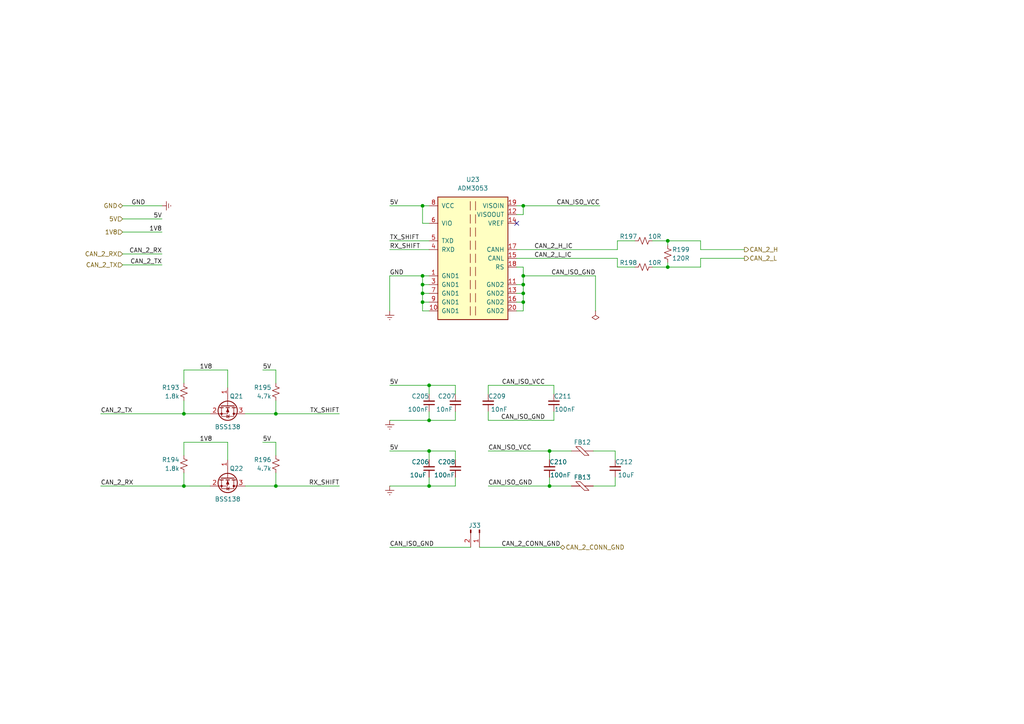
<source format=kicad_sch>
(kicad_sch (version 20250114) (generator "eeschema") (generator_version "9.0")
  (paper "A4")
  (lib_symbols
    (symbol "ADM3053BRWZ:ADM3053" (pin_names (offset 1.016))
      (property "Reference" "U" (at -10.16 19.05 0))
      (property "Value" "ADM3053" (at 10.16 19.05 0))
      (symbol "ADM3053_0_1"
        (rectangle (start -10.16 17.78) (end 10.16 -17.78) (stroke (width 0.254)) (fill (type background)))
        (polyline (pts (xy -0.762 16.51) (xy -0.762 13.97)))
        (polyline (pts (xy -0.762 12.7) (xy -0.762 10.16)))
        (polyline (pts (xy -0.762 8.89) (xy -0.762 6.35)))
        (polyline (pts (xy -0.762 5.08) (xy -0.762 2.54)))
        (polyline (pts (xy -0.762 1.27) (xy -0.762 -1.27)))
        (polyline (pts (xy -0.762 -2.54) (xy -0.762 -5.08)))
        (polyline (pts (xy -0.762 -6.35) (xy -0.762 -8.89)))
        (polyline (pts (xy -0.762 -10.16) (xy -0.762 -12.7)))
        (polyline (pts (xy -0.762 -13.97) (xy -0.762 -16.51)))
        (polyline (pts (xy 0.762 13.97) (xy 0.762 16.51)))
        (polyline (pts (xy 0.762 10.16) (xy 0.762 12.7)))
        (polyline (pts (xy 0.762 6.35) (xy 0.762 8.89)))
        (polyline (pts (xy 0.762 2.54) (xy 0.762 5.08)))
        (polyline (pts (xy 0.762 1.27) (xy 0.762 -1.27)))
        (polyline (pts (xy 0.762 -2.54) (xy 0.762 -5.08)))
        (polyline (pts (xy 0.762 -6.35) (xy 0.762 -8.89)))
        (polyline (pts (xy 0.762 -10.16) (xy 0.762 -12.7)))
        (polyline (pts (xy 0.762 -13.97) (xy 0.762 -16.51)))
      )
      (symbol "ADM3053_1_1"
        (pin power_in line (at -12.7 15.24 0) (length 2.54) (name "VCC") (number "8"))
        (pin power_in line (at -12.7 10.16 0) (length 2.54) (name "VIO") (number "6"))
        (pin input line (at -12.7 5.08 0) (length 2.54) (name "TXD") (number "5"))
        (pin output line (at -12.7 2.54 0) (length 2.54) (name "RXD") (number "4"))
        (pin power_in line (at -12.7 -5.08 0) (length 2.54) (name "GND1") (number "1"))
        (pin power_in line (at -12.7 -7.62 0) (length 2.54) (name "GND1") (number "3"))
        (pin power_in line (at -12.7 -10.16 0) (length 2.54) (name "GND1") (number "7"))
        (pin power_in line (at -12.7 -12.7 0) (length 2.54) (name "GND1") (number "9"))
        (pin power_in line (at -12.7 -15.24 0) (length 2.54) (name "GND1") (number "10"))
        (pin no_connect line (at -2.54 -17.78 90) (length 2.54) (hide yes) (name "NC") (number "2"))
        (pin power_in line (at 12.7 15.24 180) (length 2.54) (name "VISOIN") (number "19"))
        (pin power_out line (at 12.7 12.7 180) (length 2.54) (name "VISOOUT") (number "12"))
        (pin input line (at 12.7 10.16 180) (length 2.54) (name "VREF") (number "14"))
        (pin bidirectional line (at 12.7 2.54 180) (length 2.54) (name "CANH") (number "17"))
        (pin bidirectional line (at 12.7 0 180) (length 2.54) (name "CANL") (number "15"))
        (pin input line (at 12.7 -2.54 180) (length 2.54) (name "RS") (number "18"))
        (pin power_in line (at 12.7 -7.62 180) (length 2.54) (name "GND2") (number "11"))
        (pin power_in line (at 12.7 -10.16 180) (length 2.54) (name "GND2") (number "13"))
        (pin power_in line (at 12.7 -12.7 180) (length 2.54) (name "GND2") (number "16"))
        (pin power_in line (at 12.7 -15.24 180) (length 2.54) (name "GND2") (number "20"))
      )
    )
    (symbol "Connector_Generic:Conn_01x02" (pin_names (offset 1.016) (hide yes))
      (property "Reference" "J" (at 0 2.54 0))
      (property "Value" "Conn_01x02_Pin" (at 0 -5.08 0))
      (symbol "Conn_01x02_1_1"
        (rectangle (start 0.8636 0.127) (end 0 -0.127) (stroke (width 0.1524)) (fill (type outline)))
        (rectangle (start 0.8636 -2.413) (end 0 -2.667) (stroke (width 0.1524)) (fill (type outline)))
        (polyline (pts (xy 1.27 0) (xy 0.8636 0)) (stroke (width 0.1524)))
        (polyline (pts (xy 1.27 -2.54) (xy 0.8636 -2.54)) (stroke (width 0.1524)))
        (pin passive line (at 5.08 0 180) (length 3.81) (name "Pin_1") (number "1"))
        (pin passive line (at 5.08 -2.54 180) (length 3.81) (name "Pin_2") (number "2"))
      )
    )
    (symbol "Device:C_Small" (pin_numbers (hide yes)) (pin_names (offset 0.254) (hide yes))
      (property "Reference" "C" (at 0.254 1.778 0))
      (property "Value" "C_Small" (at 0.254 -2.032 0))
      (symbol "C_Small_0_1"
        (polyline (pts (xy -1.524 0.508) (xy 1.524 0.508)) (stroke (width 0.3048)))
        (polyline (pts (xy -1.524 -0.508) (xy 1.524 -0.508)) (stroke (width 0.3302)))
      )
      (symbol "C_Small_1_1"
        (pin passive line (at 0 2.54 270) (length 2.032) (name "~") (number "1"))
        (pin passive line (at 0 -2.54 90) (length 2.032) (name "~") (number "2"))
      )
    )
    (symbol "Device:R_Small_US" (pin_numbers (hide yes)) (pin_names (offset 0.254) (hide yes))
      (property "Reference" "R" (at 0.762 0.508 0))
      (property "Value" "R_Small_US" (at 0.762 -1.016 0))
      (symbol "R_Small_US_1_1"
        (polyline (pts (xy 0 1.524) (xy 1.016 1.143) (xy 0 0.762) (xy -1.016 0.381) (xy 0 0)))
        (polyline (pts (xy 0 0) (xy 1.016 -0.381) (xy 0 -0.762) (xy -1.016 -1.143) (xy 0 -1.524)))
        (pin passive line (at 0 2.54 270) (length 1.016) (name "~") (number "1"))
        (pin passive line (at 0 -2.54 90) (length 1.016) (name "~") (number "2"))
      )
    )
    (symbol "Ferrite_Bead_100:GZ2012D101TF" (pin_numbers (hide yes)) (pin_names (offset 0) (hide yes))
      (property "Reference" "FB" (at 0 2.413 0))
      (property "Value" "GZ2012D101TF" (at 2.921 -5.461 0))
      (symbol "GZ2012D101TF_0_1"
        (polyline (pts (xy 0.635 -1.27) (xy -1.905 1.27) (xy -0.635 1.27) (xy 1.905 -1.27) (xy 0.635 -1.27)))
      )
      (symbol "GZ2012D101TF_1_1"
        (pin unspecified line (at -3.175 0 0) (length 2.54) (name "1") (number "1"))
        (pin unspecified line (at 3.175 0 180) (length 2.54) (name "2") (number "2"))
      )
    )
    (symbol "GZ2012D101TF_1" (pin_numbers (hide yes)) (pin_names (offset 0) (hide yes))
      (property "Reference" "FB" (at 0 2.413 0))
      (property "Value" "GZ2012D101TF" (at 2.921 -5.461 0))
      (symbol "GZ2012D101TF_1_0_1"
        (polyline (pts (xy 0.635 -1.27) (xy -1.905 1.27) (xy -0.635 1.27) (xy 1.905 -1.27) (xy 0.635 -1.27)))
      )
      (symbol "GZ2012D101TF_1_1_1"
        (pin unspecified line (at -3.175 0 0) (length 2.54) (name "1") (number "1"))
        (pin unspecified line (at 3.175 0 180) (length 2.54) (name "2") (number "2"))
      )
    )
    (symbol "Transistor_FET:BSS138" (pin_names (hide yes))
      (property "Reference" "Q" (at 5.08 1.905 0))
      (property "Value" "BSS138" (at 5.08 0 0))
      (symbol "BSS138_0_1"
        (polyline (pts (xy 0.254 1.905) (xy 0.254 -1.905)) (stroke (width 0.254)))
        (polyline (pts (xy 0.254 0) (xy -2.54 0)))
        (polyline (pts (xy 0.762 2.286) (xy 0.762 1.27)) (stroke (width 0.254)))
        (polyline (pts (xy 0.762 0.508) (xy 0.762 -0.508)) (stroke (width 0.254)))
        (polyline (pts (xy 0.762 -1.27) (xy 0.762 -2.286)) (stroke (width 0.254)))
        (polyline (pts (xy 0.762 -1.778) (xy 3.302 -1.778) (xy 3.302 1.778) (xy 0.762 1.778)))
        (polyline (pts (xy 1.016 0) (xy 2.032 0.381) (xy 2.032 -0.381) (xy 1.016 0)) (fill (type outline)))
        (circle (center 1.651 0) (radius 2.794) (stroke (width 0.254)))
        (polyline (pts (xy 2.54 2.54) (xy 2.54 1.778)))
        (circle (center 2.54 1.778) (radius 0.254) (fill (type outline)))
        (circle (center 2.54 -1.778) (radius 0.254) (fill (type outline)))
        (polyline (pts (xy 2.54 -2.54) (xy 2.54 0) (xy 0.762 0)))
        (polyline (pts (xy 2.794 0.508) (xy 2.921 0.381) (xy 3.683 0.381) (xy 3.81 0.254)))
        (polyline (pts (xy 3.302 0.381) (xy 2.921 -0.254) (xy 3.683 -0.254) (xy 3.302 0.381)))
      )
      (symbol "BSS138_1_1"
        (pin input line (at -5.08 0 0) (length 2.54) (name "G") (number "1"))
        (pin passive line (at 2.54 5.08 270) (length 2.54) (name "D") (number "3"))
        (pin passive line (at 2.54 -5.08 90) (length 2.54) (name "S") (number "2"))
      )
    )
    (symbol "power:GNDREF" (power) (pin_names (offset 0))
      (property "Value" "GNDREF" (at 0 -3.81 0))
      (symbol "GNDREF_0_1"
        (polyline (pts (xy -0.635 -1.905) (xy 0.635 -1.905)))
        (polyline (pts (xy -0.127 -2.54) (xy 0.127 -2.54)))
        (polyline (pts (xy 0 -1.27) (xy 0 0)))
        (polyline (pts (xy 1.27 -1.27) (xy -1.27 -1.27)))
      )
      (symbol "GNDREF_1_1"
        (pin power_in line (at 0 0 270) (length 0) (hide yes) (name "GNDREF") (number "1"))
      )
    )
    (symbol "power:PWR_FLAG" (power) (pin_numbers (hide yes)) (pin_names (offset 0) (hide yes))
      (property "Value" "PWR_FLAG" (at 0 3.81 0))
      (symbol "PWR_FLAG_0_0"
        (pin power_out line (at 0 0 90) (length 0) (name "pwr") (number "1"))
      )
      (symbol "PWR_FLAG_0_1"
        (polyline (pts (xy 0 0) (xy 0 1.27) (xy -1.016 1.905) (xy 0 2.54) (xy 1.016 1.905) (xy 0 1.27)))
      )
    )
  )
  (junction (at 124.46 140.97))
  (junction (at 193.675 77.47))
  (junction (at 124.46 130.81))
  (junction (at 122.555 59.69))
  (junction (at 151.765 82.55))
  (junction (at 53.34 120.015))
  (junction (at 151.765 80.01))
  (junction (at 159.385 130.81))
  (junction (at 124.46 121.92))
  (junction (at 53.34 140.97))
  (junction (at 151.765 87.63))
  (junction (at 122.555 87.63))
  (junction (at 80.01 120.015))
  (junction (at 124.46 111.76))
  (junction (at 151.765 59.69))
  (junction (at 159.385 140.97))
  (junction (at 151.765 85.09))
  (junction (at 122.555 82.55))
  (junction (at 122.555 85.09))
  (junction (at 193.675 69.85))
  (junction (at 80.01 140.97))
  (junction (at 122.555 80.01))
  (no_connect (at 149.86 64.77))
  (wire (pts (xy 193.675 69.85) (xy 193.675 71.12)))
  (wire (pts (xy 124.46 119.38) (xy 124.46 121.92)))
  (wire (pts (xy 35.56 76.835) (xy 46.99 76.835)))
  (wire (pts (xy 122.555 85.09) (xy 122.555 82.55)))
  (wire (pts (xy 132.08 130.81) (xy 132.08 133.35)))
  (wire (pts (xy 80.01 120.015) (xy 98.425 120.015)))
  (wire (pts (xy 159.385 140.97) (xy 141.605 140.97)))
  (wire (pts (xy 149.86 72.39) (xy 179.07 72.39)))
  (wire (pts (xy 76.2 107.315) (xy 80.01 107.315)))
  (wire (pts (xy 122.555 59.69) (xy 122.555 64.77)))
  (wire (pts (xy 124.46 59.69) (xy 122.555 59.69)))
  (wire (pts (xy 178.435 130.81) (xy 178.435 133.35)))
  (wire (pts (xy 132.08 111.76) (xy 132.08 114.3)))
  (wire (pts (xy 35.56 73.66) (xy 46.99 73.66)))
  (wire (pts (xy 151.765 87.63) (xy 151.765 85.09)))
  (wire (pts (xy 35.56 67.31) (xy 46.99 67.31)))
  (wire (pts (xy 149.86 62.23) (xy 151.765 62.23)))
  (wire (pts (xy 178.435 138.43) (xy 178.435 140.97)))
  (wire (pts (xy 215.9 74.93) (xy 203.2 74.93)))
  (wire (pts (xy 151.765 90.17) (xy 151.765 87.63)))
  (wire (pts (xy 124.46 72.39) (xy 113.03 72.39)))
  (wire (pts (xy 53.34 107.315) (xy 53.34 111.125)))
  (wire (pts (xy 203.2 69.85) (xy 193.675 69.85)))
  (wire (pts (xy 151.765 59.69) (xy 173.99 59.69)))
  (wire (pts (xy 151.765 80.01) (xy 172.72 80.01)))
  (wire (pts (xy 53.34 137.16) (xy 53.34 140.97)))
  (wire (pts (xy 189.23 69.85) (xy 193.675 69.85)))
  (wire (pts (xy 141.605 111.76) (xy 141.605 114.3)))
  (wire (pts (xy 151.765 85.09) (xy 151.765 82.55)))
  (wire (pts (xy 179.07 74.93) (xy 179.07 77.47)))
  (wire (pts (xy 29.21 140.97) (xy 53.34 140.97)))
  (wire (pts (xy 124.46 69.85) (xy 113.03 69.85)))
  (wire (pts (xy 124.46 130.81) (xy 132.08 130.81)))
  (wire (pts (xy 124.46 138.43) (xy 124.46 140.97)))
  (wire (pts (xy 124.46 130.81) (xy 124.46 133.35)))
  (wire (pts (xy 149.86 85.09) (xy 151.765 85.09)))
  (wire (pts (xy 160.655 111.76) (xy 160.655 114.3)))
  (wire (pts (xy 124.46 121.92) (xy 132.08 121.92)))
  (wire (pts (xy 179.07 72.39) (xy 179.07 69.85)))
  (wire (pts (xy 122.555 59.69) (xy 113.03 59.69)))
  (wire (pts (xy 189.23 77.47) (xy 193.675 77.47)))
  (wire (pts (xy 113.03 130.81) (xy 124.46 130.81)))
  (wire (pts (xy 141.605 121.92) (xy 160.655 121.92)))
  (wire (pts (xy 136.525 158.75) (xy 113.03 158.75)))
  (wire (pts (xy 122.555 82.55) (xy 124.46 82.55)))
  (wire (pts (xy 53.34 128.27) (xy 66.04 128.27)))
  (wire (pts (xy 151.765 82.55) (xy 151.765 80.01)))
  (wire (pts (xy 71.12 140.97) (xy 80.01 140.97)))
  (wire (pts (xy 122.555 80.01) (xy 113.03 80.01)))
  (wire (pts (xy 53.34 140.97) (xy 60.96 140.97)))
  (wire (pts (xy 179.07 77.47) (xy 184.15 77.47)))
  (wire (pts (xy 172.085 140.97) (xy 178.435 140.97)))
  (wire (pts (xy 151.765 80.01) (xy 151.765 77.47)))
  (wire (pts (xy 80.01 137.16) (xy 80.01 140.97)))
  (wire (pts (xy 179.07 69.85) (xy 184.15 69.85)))
  (wire (pts (xy 53.34 128.27) (xy 53.34 132.08)))
  (wire (pts (xy 35.56 59.69) (xy 46.99 59.69)))
  (wire (pts (xy 149.86 74.93) (xy 179.07 74.93)))
  (wire (pts (xy 151.765 59.69) (xy 151.765 62.23)))
  (wire (pts (xy 113.03 121.92) (xy 124.46 121.92)))
  (wire (pts (xy 149.86 90.17) (xy 151.765 90.17)))
  (wire (pts (xy 124.46 111.76) (xy 124.46 114.3)))
  (wire (pts (xy 141.605 111.76) (xy 160.655 111.76)))
  (wire (pts (xy 160.655 119.38) (xy 160.655 121.92)))
  (wire (pts (xy 80.01 128.27) (xy 80.01 132.08)))
  (wire (pts (xy 113.03 111.76) (xy 124.46 111.76)))
  (wire (pts (xy 113.03 80.01) (xy 113.03 90.17)))
  (wire (pts (xy 124.46 111.76) (xy 132.08 111.76)))
  (wire (pts (xy 193.675 76.2) (xy 193.675 77.47)))
  (wire (pts (xy 124.46 64.77) (xy 122.555 64.77)))
  (wire (pts (xy 71.12 120.015) (xy 80.01 120.015)))
  (wire (pts (xy 122.555 82.55) (xy 122.555 80.01)))
  (wire (pts (xy 141.605 119.38) (xy 141.605 121.92)))
  (wire (pts (xy 53.34 116.205) (xy 53.34 120.015)))
  (wire (pts (xy 122.555 87.63) (xy 122.555 85.09)))
  (wire (pts (xy 124.46 140.97) (xy 132.08 140.97)))
  (wire (pts (xy 172.085 130.81) (xy 178.435 130.81)))
  (wire (pts (xy 66.04 107.315) (xy 66.04 112.395)))
  (wire (pts (xy 203.2 72.39) (xy 203.2 69.85)))
  (wire (pts (xy 172.72 90.17) (xy 172.72 80.01)))
  (wire (pts (xy 215.9 72.39) (xy 203.2 72.39)))
  (wire (pts (xy 151.765 77.47) (xy 149.86 77.47)))
  (wire (pts (xy 149.86 82.55) (xy 151.765 82.55)))
  (wire (pts (xy 159.385 130.81) (xy 141.605 130.81)))
  (wire (pts (xy 35.56 63.5) (xy 46.99 63.5)))
  (wire (pts (xy 159.385 130.81) (xy 159.385 133.35)))
  (wire (pts (xy 29.21 120.015) (xy 53.34 120.015)))
  (wire (pts (xy 122.555 85.09) (xy 124.46 85.09)))
  (wire (pts (xy 122.555 90.17) (xy 122.555 87.63)))
  (wire (pts (xy 159.385 130.81) (xy 165.735 130.81)))
  (wire (pts (xy 80.01 116.205) (xy 80.01 120.015)))
  (wire (pts (xy 149.86 87.63) (xy 151.765 87.63)))
  (wire (pts (xy 66.04 128.27) (xy 66.04 133.35)))
  (wire (pts (xy 149.86 59.69) (xy 151.765 59.69)))
  (wire (pts (xy 80.01 140.97) (xy 98.425 140.97)))
  (wire (pts (xy 132.08 119.38) (xy 132.08 121.92)))
  (wire (pts (xy 203.2 77.47) (xy 193.675 77.47)))
  (wire (pts (xy 203.2 74.93) (xy 203.2 77.47)))
  (wire (pts (xy 76.2 128.27) (xy 80.01 128.27)))
  (wire (pts (xy 80.01 107.315) (xy 80.01 111.125)))
  (wire (pts (xy 139.065 158.75) (xy 162.56 158.75)))
  (wire (pts (xy 122.555 87.63) (xy 124.46 87.63)))
  (wire (pts (xy 113.03 140.97) (xy 124.46 140.97)))
  (wire (pts (xy 159.385 140.97) (xy 165.735 140.97)))
  (wire (pts (xy 122.555 80.01) (xy 124.46 80.01)))
  (wire (pts (xy 159.385 138.43) (xy 159.385 140.97)))
  (wire (pts (xy 53.34 107.315) (xy 66.04 107.315)))
  (wire (pts (xy 53.34 120.015) (xy 60.96 120.015)))
  (wire (pts (xy 124.46 90.17) (xy 122.555 90.17)))
  (wire (pts (xy 132.08 138.43) (xy 132.08 140.97)))
  (label "CAN_2_L_IC" (at 154.94 74.93 0))
  (label "5V" (at 76.2 107.315 0))
  (label "CAN_ISO_GND" (at 113.03 158.75 0))
  (label "1V8" (at 61.595 128.27 180))
  (label "5V" (at 76.2 128.27 0))
  (label "CAN_ISO_VCC" (at 141.605 130.81 0))
  (label "CAN_2_TX" (at 29.21 120.015 0))
  (label "5V" (at 113.03 130.81 0))
  (label "CAN_2_H_IC" (at 154.94 72.39 0))
  (label "RX_SHIFT" (at 113.03 72.39 0))
  (label "CAN_2_TX" (at 46.99 76.835 180))
  (label "CAN_ISO_VCC" (at 158.115 111.76 180))
  (label "5V" (at 113.03 59.69 0))
  (label "CAN_2_CONN_GND" (at 162.56 158.75 180))
  (label "CAN_ISO_VCC" (at 173.99 59.69 180))
  (label "CAN_2_RX" (at 29.21 140.97 0))
  (label "CAN_2_RX" (at 46.99 73.66 180))
  (label "1V8" (at 61.595 107.315 180))
  (label "TX_SHIFT" (at 98.425 120.015 180))
  (label "GND" (at 113.03 80.01 0))
  (label "CAN_ISO_GND" (at 172.72 80.01 180))
  (label "CAN_ISO_GND" (at 141.605 140.97 0))
  (label "CAN_ISO_GND" (at 158.115 121.92 180))
  (label "GND" (at 38.1 59.69 0))
  (label "5V" (at 46.99 63.5 180))
  (label "1V8" (at 46.99 67.31 180))
  (label "TX_SHIFT" (at 113.03 69.85 0))
  (label "5V" (at 113.03 111.76 0))
  (label "RX_SHIFT" (at 98.425 140.97 180))
  (hierarchical_label "GND" (shape bidirectional) (at 35.56 59.69 180))
  (hierarchical_label "CAN_2_RX" (shape input) (at 35.56 73.66 180))
  (hierarchical_label "5V" (shape input) (at 35.56 63.5 180))
  (hierarchical_label "CAN_2_TX" (shape input) (at 35.56 76.835 180))
  (hierarchical_label "1V8" (shape input) (at 35.56 67.31 180))
  (hierarchical_label "CAN_2_L" (shape output) (at 215.9 74.93 0))
  (hierarchical_label "CAN_2_H" (shape output) (at 215.9 72.39 0))
  (hierarchical_label "CAN_2_CONN_GND" (shape bidirectional) (at 162.56 158.75 0))
  (symbol (lib_id "Device:R_Small_US") (at 80.01 134.62 180) (unit 1)
    (property "Reference" "R196" (at 78.74 133.35 0) (effects (justify left)))
    (property "Value" "4.7k" (at 78.74 135.89 0) (effects (justify left)))
    (property "Footprint" "Resistor_SMD:R_0402_1005Metric" (effects (hide yes)))
  )
  (symbol (lib_id "Transistor_FET:BSS138") (at 66.04 138.43 270) (unit 1)
    (property "Reference" "Q22" (at 68.58 135.89 90))
    (property "Value" "BSS138" (at 66.04 144.78 90))
    (property "Footprint" "Package_TO_SOT_SMD:SOT-23" (effects (hide yes)))
    (property "Datasheet" "https://www.onsemi.com/pub/Collateral/BSS138-D.PDF" (effects (hide yes)))
  )
  (symbol (lib_id "Device:C_Small") (at 132.08 135.89 180) (unit 1)
    (property "Reference" "C208" (at 129.5399 133.9849 0))
    (property "Value" "100nF" (at 128.905 137.795 0))
    (property "Footprint" "Capacitor_SMD:C_0402_1005Metric" (effects (hide yes)))
  )
  (symbol (lib_id "Device:C_Small") (at 124.46 116.84 180) (unit 1)
    (property "Reference" "C205" (at 121.9199 114.9349 0))
    (property "Value" "100nF" (at 121.285 118.745 0))
    (property "Footprint" "Capacitor_SMD:C_0402_1005Metric" (effects (hide yes)))
  )
  (symbol (lib_id "Device:R_Small_US") (at 53.34 134.62 180) (unit 1)
    (property "Reference" "R194" (at 52.07 133.35 0) (effects (justify left)))
    (property "Value" "1.8k" (at 52.07 135.89 0) (effects (justify left)))
    (property "Footprint" "Resistor_SMD:R_0402_1005Metric" (effects (hide yes)))
  )
  (symbol (lib_id "Transistor_FET:BSS138") (at 66.04 117.475 270) (unit 1)
    (property "Reference" "Q21" (at 68.58 114.935 90))
    (property "Value" "BSS138" (at 66.04 123.825 90))
    (property "Footprint" "Package_TO_SOT_SMD:SOT-23" (effects (hide yes)))
    (property "Datasheet" "https://www.onsemi.com/pub/Collateral/BSS138-D.PDF" (effects (hide yes)))
  )
  (symbol (lib_id "power:GNDREF") (at 113.03 90.17 0) (unit 1)
    (property "Reference" "#PWR096" (effects (hide yes)))
    (property "Value" "GNDREF" (effects (hide yes)))
  )
  (symbol (lib_id "Connector_Generic:Conn_01x02") (at 139.065 153.67 270) (unit 1)
    (property "Reference" "J33" (at 135.89 152.4 90) (effects (justify left)))
    (property "Value" "Conn_01x02_Pin" (effects (hide yes)))
    (property "Footprint" "Connector_PinHeader_2.54mm:PinHeader_1x02_P2.54mm_Vertical" (effects (hide yes)))
  )
  (symbol (lib_id "Device:C_Small") (at 159.385 135.89 0) (mirror x) (unit 1)
    (property "Reference" "C210" (at 161.9251 133.9849 0))
    (property "Value" "100nF" (at 162.56 137.795 0))
    (property "Footprint" "Capacitor_SMD:C_0402_1005Metric" (effects (hide yes)))
  )
  (symbol (lib_id "Device:R_Small_US") (at 80.01 113.665 180) (unit 1)
    (property "Reference" "R195" (at 78.74 112.395 0) (effects (justify left)))
    (property "Value" "4.7k" (at 78.74 114.935 0) (effects (justify left)))
    (property "Footprint" "Resistor_SMD:R_0402_1005Metric" (effects (hide yes)))
  )
  (symbol (lib_id "Device:C_Small") (at 124.46 135.89 180) (unit 1)
    (property "Reference" "C206" (at 121.9199 133.9849 0))
    (property "Value" "10uF" (at 121.285 137.795 0))
    (property "Footprint" "Capacitor_SMD:C_0402_1005Metric" (effects (hide yes)))
  )
  (symbol (lib_id "Device:C_Small") (at 132.08 116.84 180) (unit 1)
    (property "Reference" "C207" (at 129.5399 114.9349 0))
    (property "Value" "10nF" (at 128.905 118.745 0))
    (property "Footprint" "Capacitor_SMD:C_0402_1005Metric" (effects (hide yes)))
  )
  (symbol (lib_id "Device:C_Small") (at 141.605 116.84 0) (mirror x) (unit 1)
    (property "Reference" "C209" (at 144.1451 114.9349 0))
    (property "Value" "10nF" (at 144.78 118.745 0))
    (property "Footprint" "Capacitor_SMD:C_0402_1005Metric" (effects (hide yes)))
  )
  (symbol (lib_id "Device:R_Small_US") (at 193.675 73.66 0) (unit 1)
    (property "Reference" "R199" (at 197.485 72.39 0))
    (property "Value" "120R" (at 197.485 74.93 0))
    (property "Footprint" "Resistor_SMD:R_0603_1608Metric" (effects (hide yes)))
  )
  (symbol (lib_id "power:GNDREF") (at 113.03 140.97 0) (unit 1)
    (property "Reference" "#PWR098" (effects (hide yes)))
    (property "Value" "GNDREF" (effects (hide yes)))
  )
  (symbol (lib_id "power:GNDREF") (at 113.03 121.92 0) (unit 1)
    (property "Reference" "#PWR097" (effects (hide yes)))
    (property "Value" "GNDREF" (effects (hide yes)))
  )
  (symbol (lib_name "GZ2012D101TF_1") (lib_id "Ferrite_Bead_100:GZ2012D101TF") (at 168.91 130.81 0) (unit 1)
    (property "Reference" "FB12" (at 168.91 128.27 0))
    (property "Value" "GZ2012D101TF" (effects (hide yes)))
    (property "Footprint" "Ferrite_Bead_100:Ferrite_Bead_100" (effects (hide yes)))
    (property "Datasheet" "https://item.szlcsc.com/344132.html" (effects (hide yes)))
    (property "LCSC" "C1015" (effects (hide yes)))
  )
  (symbol (lib_id "Device:C_Small") (at 160.655 116.84 0) (mirror x) (unit 1)
    (property "Reference" "C211" (at 163.1951 114.9349 0))
    (property "Value" "100nF" (at 163.83 118.745 0))
    (property "Footprint" "Capacitor_SMD:C_0402_1005Metric" (effects (hide yes)))
  )
  (symbol (lib_id "Device:R_Small_US") (at 53.34 113.665 180) (unit 1)
    (property "Reference" "R193" (at 52.07 112.395 0) (effects (justify left)))
    (property "Value" "1.8k" (at 52.07 114.935 0) (effects (justify left)))
    (property "Footprint" "Resistor_SMD:R_0402_1005Metric" (effects (hide yes)))
  )
  (symbol (lib_id "Device:R_Small_US") (at 186.69 77.47 270) (unit 1)
    (property "Reference" "R198" (at 179.705 76.2 90) (effects (justify left)))
    (property "Value" "10R" (at 187.96 76.2 90) (effects (justify left)))
    (property "Footprint" "Resistor_SMD:R_0402_1005Metric" (effects (hide yes)))
  )
  (symbol (lib_id "Device:R_Small_US") (at 186.69 69.85 270) (unit 1)
    (property "Reference" "R197" (at 179.705 68.58 90) (effects (justify left)))
    (property "Value" "10R" (at 187.96 68.58 90) (effects (justify left)))
    (property "Footprint" "Resistor_SMD:R_0402_1005Metric" (effects (hide yes)))
  )
  (symbol (lib_id "ADM3053BRWZ:ADM3053") (at 137.16 74.93 0) (unit 1)
    (property "Reference" "U23" (at 137.16 52.07 0))
    (property "Value" "ADM3053" (at 137.16 54.61 0))
    (property "Footprint" "Package_SO:SOIC-20W_7.5x12.8mm_P1.27mm" (effects (hide yes)))
    (property "Datasheet" "https://www.analog.com/media/en/technical-documentation/data-sheets/ADM3053.pdf" (effects (hide yes)))
  )
  (symbol (lib_id "power:PWR_FLAG") (at 172.72 90.17 180) (unit 1)
    (property "Reference" "#FLG019" (effects (hide yes)))
    (property "Value" "PWR_FLAG" (effects (hide yes)))
  )
  (symbol (lib_id "Ferrite_Bead_100:GZ2012D101TF") (at 168.91 140.97 0) (unit 1)
    (property "Reference" "FB13" (at 168.91 138.43 0))
    (property "Value" "GZ2012D101TF" (effects (hide yes)))
    (property "Footprint" "Ferrite_Bead_100:Ferrite_Bead_100" (effects (hide yes)))
    (property "Datasheet" "https://item.szlcsc.com/344132.html" (effects (hide yes)))
    (property "LCSC" "C1015" (effects (hide yes)))
  )
  (symbol (lib_id "Device:C_Small") (at 178.435 135.89 0) (mirror x) (unit 1)
    (property "Reference" "C212" (at 180.9751 133.9849 0))
    (property "Value" "10uF" (at 181.61 137.795 0))
    (property "Footprint" "Capacitor_SMD:C_0402_1005Metric" (effects (hide yes)))
  )
  (symbol (lib_id "power:GNDREF") (at 46.99 59.69 90) (unit 1)
    (property "Reference" "#PWR095" (effects (hide yes)))
    (property "Value" "GNDREF" (effects (hide yes)))
  )
)
</source>
